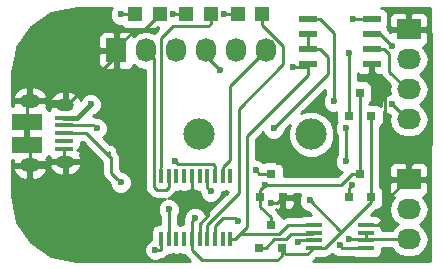
<source format=gtl>
G04 #@! TF.FileFunction,Copper,L1,Top,Signal*
%FSLAX46Y46*%
G04 Gerber Fmt 4.6, Leading zero omitted, Abs format (unit mm)*
G04 Created by KiCad (PCBNEW 4.0.1-stable) date 3/22/2016 7:23:55 PM*
%MOMM*%
G01*
G04 APERTURE LIST*
%ADD10C,0.100000*%
%ADD11R,1.450000X0.450000*%
%ADD12R,1.727200X2.032000*%
%ADD13O,1.727200X2.032000*%
%ADD14R,1.198880X1.198880*%
%ADD15R,2.032000X1.727200*%
%ADD16O,2.032000X1.727200*%
%ADD17R,0.800100X0.800100*%
%ADD18R,1.550000X0.600000*%
%ADD19R,0.406400X1.270000*%
%ADD20R,1.650000X0.400000*%
%ADD21O,1.500000X1.100000*%
%ADD22O,1.700000X1.200000*%
%ADD23R,2.500000X1.425000*%
%ADD24C,2.650000*%
%ADD25C,0.600000*%
%ADD26C,0.250000*%
%ADD27C,0.381000*%
%ADD28C,0.248920*%
%ADD29C,0.203200*%
%ADD30C,0.254000*%
G04 APERTURE END LIST*
D10*
D11*
X186858000Y-101051000D03*
X186858000Y-100401000D03*
X186858000Y-99751000D03*
X186858000Y-99101000D03*
X182458000Y-99101000D03*
X182458000Y-99751000D03*
X182458000Y-100401000D03*
X182458000Y-101051000D03*
D12*
X165735000Y-84328000D03*
D13*
X168275000Y-84328000D03*
X170815000Y-84328000D03*
X173355000Y-84328000D03*
X175895000Y-84328000D03*
X178435000Y-84328000D03*
D14*
X167319960Y-81280000D03*
X169418000Y-81280000D03*
X176022000Y-81280000D03*
X178120040Y-81280000D03*
X171637960Y-81280000D03*
X173736000Y-81280000D03*
D15*
X190500000Y-82550000D03*
D16*
X190500000Y-85090000D03*
X190500000Y-87630000D03*
X190500000Y-90170000D03*
D15*
X190500000Y-95250000D03*
D16*
X190500000Y-97790000D03*
X190500000Y-100330000D03*
D17*
X177932000Y-96774000D03*
X179832000Y-96774000D03*
X178882000Y-94775020D03*
X185425000Y-89900760D03*
X187325000Y-89900760D03*
X186375000Y-87901780D03*
X185420000Y-96774000D03*
X187320000Y-96774000D03*
X186370000Y-94775020D03*
D18*
X181958000Y-81661000D03*
X181958000Y-82931000D03*
X181958000Y-84201000D03*
X181958000Y-85471000D03*
X187358000Y-85471000D03*
X187358000Y-84201000D03*
X187358000Y-82931000D03*
X187358000Y-81661000D03*
D19*
X175387000Y-94996000D03*
X174752000Y-94996000D03*
X174091600Y-94996000D03*
X173431200Y-94996000D03*
X172796200Y-94996000D03*
X172135800Y-94996000D03*
X171475400Y-94996000D03*
X170840400Y-94996000D03*
X170180000Y-94996000D03*
X169545000Y-94996000D03*
X169545000Y-100330000D03*
X170180000Y-100330000D03*
X170840400Y-100330000D03*
X171475400Y-100330000D03*
X172135800Y-100330000D03*
X172796200Y-100330000D03*
X173431200Y-100330000D03*
X174091600Y-100330000D03*
X174752000Y-100330000D03*
X175387000Y-100330000D03*
D20*
X161290000Y-90028000D03*
X161290000Y-90678000D03*
X161290000Y-91327100D03*
X161290000Y-91978000D03*
X161290000Y-92628000D03*
D21*
X161415000Y-88903000D03*
X161415000Y-93753000D03*
D22*
X158415000Y-88603000D03*
X158415000Y-94053000D03*
D23*
X158165000Y-90365500D03*
X158165000Y-92290500D03*
D17*
X177866000Y-101076760D03*
X179766000Y-101076760D03*
X178816000Y-99077780D03*
D24*
X182245000Y-91440000D03*
X172720000Y-91440000D03*
D25*
X164084000Y-90932000D03*
X182372000Y-94234000D03*
X179517051Y-93786949D03*
X188468000Y-91973400D03*
X178820059Y-97282905D03*
X173482000Y-97789998D03*
X166116000Y-95504000D03*
X182118000Y-97028000D03*
X172412646Y-98483442D03*
X170688000Y-93726000D03*
X185801000Y-81661000D03*
X166116000Y-81280000D03*
X174879000Y-81280000D03*
X170517442Y-81280000D03*
X189103000Y-83947000D03*
X189103000Y-88900000D03*
X185420000Y-100330000D03*
X163576000Y-88900000D03*
X180721000Y-85725000D03*
X174498000Y-85979000D03*
X173736000Y-96266000D03*
X177546000Y-94488000D03*
X178297950Y-95758000D03*
X185166000Y-90932000D03*
X185166000Y-93726000D03*
X184150000Y-88646000D03*
X185674000Y-95758000D03*
X170180000Y-97790000D03*
X169037000Y-101219000D03*
X179070000Y-90932000D03*
X181102000Y-100584000D03*
X184658000Y-100838000D03*
X176022000Y-98806000D03*
X185420000Y-84581998D03*
D26*
X164084000Y-90932000D02*
X163784001Y-90632001D01*
X163784001Y-90632001D02*
X161335999Y-90632001D01*
X161335999Y-90632001D02*
X161290000Y-90678000D01*
X179517051Y-93786949D02*
X179892949Y-93786949D01*
X179892949Y-93786949D02*
X180340000Y-94234000D01*
X180340000Y-94234000D02*
X182372000Y-94234000D01*
X178820059Y-97282905D02*
X179323095Y-97282905D01*
X179323095Y-97282905D02*
X179832000Y-96774000D01*
X173482000Y-98214262D02*
X173482000Y-97789998D01*
X172796200Y-100330000D02*
X172796200Y-98983800D01*
X172796200Y-98983800D02*
X173482000Y-98298000D01*
X173482000Y-98298000D02*
X173482000Y-98214262D01*
X173182001Y-97489999D02*
X173482000Y-97789998D01*
X172135800Y-94996000D02*
X172135800Y-96443798D01*
X172135800Y-96443798D02*
X173182001Y-97489999D01*
X188468000Y-87131000D02*
X188468000Y-91973400D01*
X188468000Y-91973400D02*
X190500000Y-94005400D01*
X187358000Y-85471000D02*
X187358000Y-86021000D01*
X187358000Y-86021000D02*
X188468000Y-87131000D01*
X186858000Y-99101000D02*
X187919000Y-99101000D01*
X187919000Y-99101000D02*
X188722000Y-98298000D01*
X188722000Y-98298000D02*
X188722000Y-96875600D01*
X188722000Y-96875600D02*
X190347600Y-95250000D01*
X190347600Y-95250000D02*
X190500000Y-95250000D01*
D27*
X190500000Y-94005400D02*
X190500000Y-95250000D01*
X190500000Y-82550000D02*
X191897000Y-82550000D01*
D26*
X168148000Y-82550000D02*
X169418000Y-81280000D01*
X167360600Y-82550000D02*
X168148000Y-82550000D01*
X165735000Y-84328000D02*
X165735000Y-84175600D01*
X165735000Y-84175600D02*
X167360600Y-82550000D01*
X161415000Y-88903000D02*
X161615000Y-88903000D01*
X161615000Y-88903000D02*
X165735000Y-84783000D01*
X165735000Y-84783000D02*
X165735000Y-84328000D01*
X158415000Y-88603000D02*
X161115000Y-88603000D01*
X161115000Y-88603000D02*
X161415000Y-88903000D01*
X158165000Y-90365500D02*
X158165000Y-88853000D01*
X158165000Y-88853000D02*
X158415000Y-88603000D01*
X158165000Y-92290500D02*
X158165000Y-90365500D01*
X158415000Y-94053000D02*
X158415000Y-92540500D01*
X158415000Y-92540500D02*
X158165000Y-92290500D01*
X161415000Y-93753000D02*
X158715000Y-93753000D01*
X158715000Y-93753000D02*
X158415000Y-94053000D01*
X161290000Y-92628000D02*
X161290000Y-93628000D01*
X161290000Y-93628000D02*
X161415000Y-93753000D01*
D27*
X192278000Y-82931000D02*
X192278000Y-92227400D01*
X192278000Y-92227400D02*
X190500000Y-94005400D01*
X191897000Y-82550000D02*
X192278000Y-82931000D01*
D26*
X165816001Y-95204001D02*
X166116000Y-95504000D01*
X165308001Y-94696001D02*
X165816001Y-95204001D01*
X165308001Y-93426001D02*
X165308001Y-94696001D01*
X165100000Y-92964000D02*
X165100000Y-93218000D01*
X165100000Y-93218000D02*
X165308001Y-93426001D01*
X161290000Y-91327100D02*
X163209100Y-91327100D01*
X163209100Y-91327100D02*
X165308001Y-93426001D01*
X184662000Y-99822000D02*
X187320000Y-97164000D01*
X183433000Y-101051000D02*
X184662000Y-99822000D01*
X184662000Y-99822000D02*
X184662000Y-99572000D01*
X184662000Y-99572000D02*
X182118000Y-97028000D01*
X179766000Y-101076760D02*
X179766000Y-101280000D01*
X179766000Y-101280000D02*
X180086000Y-101600000D01*
X180086000Y-101600000D02*
X181909000Y-101600000D01*
X181909000Y-101600000D02*
X182458000Y-101051000D01*
X172135800Y-100330000D02*
X172135800Y-98760288D01*
X172135800Y-98760288D02*
X172412646Y-98483442D01*
X173960600Y-93980000D02*
X170942000Y-93980000D01*
X170942000Y-93980000D02*
X170688000Y-93726000D01*
X174091600Y-94996000D02*
X174091600Y-94111000D01*
X174091600Y-94111000D02*
X173960600Y-93980000D01*
X187325000Y-89900760D02*
X187325000Y-96769000D01*
X187325000Y-96769000D02*
X187320000Y-96774000D01*
X182458000Y-101051000D02*
X183433000Y-101051000D01*
X187320000Y-97164000D02*
X187320000Y-96774000D01*
X172135800Y-100330000D02*
X172135800Y-101215000D01*
X172135800Y-101215000D02*
X173028800Y-102108000D01*
X179766000Y-101726810D02*
X179766000Y-101076760D01*
X173028800Y-102108000D02*
X179384810Y-102108000D01*
X179384810Y-102108000D02*
X179766000Y-101726810D01*
X185801000Y-81661000D02*
X187358000Y-81661000D01*
X167319960Y-81280000D02*
X166116000Y-81280000D01*
X173431200Y-100330000D02*
X173431200Y-99110800D01*
X173431200Y-99110800D02*
X176149000Y-96393000D01*
X176149000Y-96393000D02*
X176149000Y-89253570D01*
X176149000Y-89253570D02*
X179901059Y-85501511D01*
X179901059Y-85501511D02*
X179901059Y-83910459D01*
X178120040Y-82129440D02*
X178120040Y-81280000D01*
X179901059Y-83910459D02*
X178120040Y-82129440D01*
X174879000Y-81280000D02*
X176022000Y-81280000D01*
X169545000Y-85852000D02*
X169545000Y-83312000D01*
X169545000Y-83312000D02*
X170561000Y-82296000D01*
X170561000Y-82296000D02*
X173522640Y-82296000D01*
X173522640Y-82296000D02*
X173736000Y-82082640D01*
X173736000Y-82082640D02*
X173736000Y-81280000D01*
D28*
X169545000Y-85852000D02*
X169545000Y-94157800D01*
D29*
X169545000Y-94157800D02*
X169545000Y-94996000D01*
D26*
X170517442Y-81280000D02*
X171637960Y-81280000D01*
X190500000Y-87630000D02*
X190347600Y-87630000D01*
X190347600Y-87630000D02*
X188849000Y-86131400D01*
X188849000Y-86131400D02*
X188849000Y-84667000D01*
X188849000Y-84667000D02*
X188383000Y-84201000D01*
X188383000Y-84201000D02*
X187358000Y-84201000D01*
X189103000Y-83947000D02*
X188087000Y-82931000D01*
X188087000Y-82931000D02*
X187358000Y-82931000D01*
X190500000Y-90170000D02*
X190373000Y-90170000D01*
X190373000Y-90170000D02*
X189103000Y-88900000D01*
X186787000Y-100330000D02*
X186858000Y-100401000D01*
X185420000Y-100330000D02*
X186787000Y-100330000D01*
X186858000Y-100401000D02*
X186858000Y-99751000D01*
X190500000Y-100330000D02*
X186929000Y-100330000D01*
X186929000Y-100330000D02*
X186858000Y-100401000D01*
D27*
X161290000Y-90028000D02*
X162448000Y-90028000D01*
X162448000Y-90028000D02*
X163576000Y-88900000D01*
D26*
X170180000Y-94996000D02*
X170180000Y-95881000D01*
X170180000Y-95881000D02*
X169922000Y-96139000D01*
X169922000Y-96139000D02*
X169164000Y-96139000D01*
X168910000Y-84963000D02*
X168275000Y-84328000D01*
X169164000Y-96139000D02*
X168910000Y-95885000D01*
X168910000Y-95885000D02*
X168910000Y-84963000D01*
X182458000Y-99101000D02*
X180299000Y-99101000D01*
X180299000Y-99101000D02*
X179520010Y-99879990D01*
X179520010Y-99879990D02*
X176218010Y-99879990D01*
X176218010Y-99879990D02*
X176022000Y-100076000D01*
D28*
X175768000Y-100330000D02*
X176022000Y-100076000D01*
X176022000Y-100076000D02*
X176784000Y-99314000D01*
X175387000Y-100330000D02*
X175768000Y-100330000D01*
D26*
X176784000Y-99314000D02*
X176784000Y-91567000D01*
X176784000Y-91567000D02*
X181958000Y-86393000D01*
X181958000Y-86393000D02*
X181958000Y-85471000D01*
X180721000Y-85725000D02*
X181704000Y-85725000D01*
X181704000Y-85725000D02*
X181958000Y-85471000D01*
X173355000Y-84328000D02*
X173355000Y-84836000D01*
X173355000Y-84836000D02*
X174498000Y-85979000D01*
X173431200Y-94996000D02*
X173431200Y-95961200D01*
X173431200Y-95961200D02*
X173736000Y-96266000D01*
X178882000Y-94775020D02*
X177833020Y-94775020D01*
X177833020Y-94775020D02*
X177546000Y-94488000D01*
D28*
X174752000Y-94996000D02*
X174752000Y-94234000D01*
X175403316Y-93582684D02*
X175403316Y-87359684D01*
X174752000Y-94234000D02*
X175403316Y-93582684D01*
X175403316Y-87359684D02*
X178435000Y-84328000D01*
D26*
X184736970Y-95758000D02*
X185719950Y-94775020D01*
X185719950Y-94775020D02*
X186370000Y-94775020D01*
X178297950Y-95758000D02*
X184736970Y-95758000D01*
X177932000Y-96774000D02*
X177932000Y-96123950D01*
X177932000Y-96123950D02*
X178297950Y-95758000D01*
X178816000Y-99077780D02*
X178816000Y-98427730D01*
X178816000Y-98427730D02*
X177932000Y-97543730D01*
X177932000Y-97543730D02*
X177932000Y-96774000D01*
X186375000Y-87901780D02*
X186375000Y-94770020D01*
X186375000Y-94770020D02*
X186370000Y-94775020D01*
X185166000Y-93726000D02*
X185166000Y-90932000D01*
X184150000Y-88646000D02*
X184150000Y-82828000D01*
X182983000Y-81661000D02*
X181958000Y-81661000D01*
X184150000Y-82828000D02*
X182983000Y-81661000D01*
X185420000Y-96774000D02*
X185420000Y-96012000D01*
X185420000Y-96012000D02*
X185674000Y-95758000D01*
D28*
X170180000Y-100330000D02*
X170180000Y-97790000D01*
X169037000Y-101219000D02*
X169539920Y-101219000D01*
X169539920Y-101219000D02*
X169545000Y-101213920D01*
X169545000Y-101213920D02*
X169545000Y-100330000D01*
D26*
X179070000Y-90932000D02*
X183642000Y-86360000D01*
X183642000Y-86360000D02*
X183642000Y-84860000D01*
X183642000Y-84860000D02*
X182983000Y-84201000D01*
X182983000Y-84201000D02*
X181958000Y-84201000D01*
X181102000Y-100584000D02*
X181285000Y-100401000D01*
X181285000Y-100401000D02*
X182458000Y-100401000D01*
X186858000Y-101051000D02*
X184871000Y-101051000D01*
X184871000Y-101051000D02*
X184658000Y-100838000D01*
X174091600Y-100330000D02*
X174091600Y-99212400D01*
X174091600Y-99212400D02*
X174752000Y-98552000D01*
X174752000Y-98552000D02*
X175768000Y-98552000D01*
X175768000Y-98552000D02*
X176022000Y-98806000D01*
X181991000Y-84201000D02*
X182348002Y-84201000D01*
X181958000Y-84201000D02*
X181958000Y-82931000D01*
X185425000Y-89900760D02*
X185425000Y-84586998D01*
X185425000Y-84586998D02*
X185420000Y-84581998D01*
X182458000Y-99751000D02*
X182358001Y-99850999D01*
X182358001Y-99850999D02*
X180565001Y-99850999D01*
X180565001Y-99850999D02*
X180086000Y-100330000D01*
X180086000Y-100330000D02*
X179127658Y-100330000D01*
X179127658Y-100330000D02*
X178380898Y-101076760D01*
X178380898Y-101076760D02*
X177866000Y-101076760D01*
D30*
G36*
X192330000Y-102160000D02*
X182412579Y-102160000D01*
X182446401Y-102137401D01*
X182660362Y-101923440D01*
X183183000Y-101923440D01*
X183418317Y-101879162D01*
X183565069Y-101784730D01*
X183723839Y-101753148D01*
X183970401Y-101588401D01*
X184028228Y-101530574D01*
X184127673Y-101630192D01*
X184471201Y-101772838D01*
X184680063Y-101773020D01*
X184871000Y-101811000D01*
X185791203Y-101811000D01*
X185881110Y-101872431D01*
X186133000Y-101923440D01*
X187583000Y-101923440D01*
X187818317Y-101879162D01*
X188034441Y-101740090D01*
X188179431Y-101527890D01*
X188230440Y-101276000D01*
X188230440Y-101090000D01*
X189055352Y-101090000D01*
X189255585Y-101389670D01*
X189741766Y-101714526D01*
X190315255Y-101828600D01*
X190684745Y-101828600D01*
X191258234Y-101714526D01*
X191744415Y-101389670D01*
X192069271Y-100903489D01*
X192183345Y-100330000D01*
X192069271Y-99756511D01*
X191744415Y-99270330D01*
X191429634Y-99060000D01*
X191744415Y-98849670D01*
X192069271Y-98363489D01*
X192183345Y-97790000D01*
X192069271Y-97216511D01*
X191744415Y-96730330D01*
X191722220Y-96715500D01*
X191875698Y-96651927D01*
X192054327Y-96473299D01*
X192151000Y-96239910D01*
X192151000Y-95535750D01*
X191992250Y-95377000D01*
X190627000Y-95377000D01*
X190627000Y-95397000D01*
X190373000Y-95397000D01*
X190373000Y-95377000D01*
X189007750Y-95377000D01*
X188849000Y-95535750D01*
X188849000Y-96239910D01*
X188945673Y-96473299D01*
X189124302Y-96651927D01*
X189277780Y-96715500D01*
X189255585Y-96730330D01*
X188930729Y-97216511D01*
X188816655Y-97790000D01*
X188930729Y-98363489D01*
X189255585Y-98849670D01*
X189570366Y-99060000D01*
X189255585Y-99270330D01*
X189055352Y-99570000D01*
X188230440Y-99570000D01*
X188230440Y-99526000D01*
X188217020Y-99454677D01*
X188218000Y-99452310D01*
X188218000Y-99372250D01*
X188197688Y-99351938D01*
X188186162Y-99290683D01*
X188047090Y-99074559D01*
X187921138Y-98988500D01*
X188059250Y-98988500D01*
X188218000Y-98829750D01*
X188218000Y-98749690D01*
X188121327Y-98516301D01*
X187942698Y-98337673D01*
X187709309Y-98241000D01*
X187317802Y-98241000D01*
X187741313Y-97817489D01*
X187955367Y-97777212D01*
X188171491Y-97638140D01*
X188316481Y-97425940D01*
X188367490Y-97174050D01*
X188367490Y-96373950D01*
X188323212Y-96138633D01*
X188184140Y-95922509D01*
X188085000Y-95854770D01*
X188085000Y-94260090D01*
X188849000Y-94260090D01*
X188849000Y-94964250D01*
X189007750Y-95123000D01*
X190373000Y-95123000D01*
X190373000Y-93910150D01*
X190627000Y-93910150D01*
X190627000Y-95123000D01*
X191992250Y-95123000D01*
X192151000Y-94964250D01*
X192151000Y-94260090D01*
X192054327Y-94026701D01*
X191875698Y-93848073D01*
X191642309Y-93751400D01*
X190785750Y-93751400D01*
X190627000Y-93910150D01*
X190373000Y-93910150D01*
X190214250Y-93751400D01*
X189357691Y-93751400D01*
X189124302Y-93848073D01*
X188945673Y-94026701D01*
X188849000Y-94260090D01*
X188085000Y-94260090D01*
X188085000Y-90823773D01*
X188176491Y-90764900D01*
X188321481Y-90552700D01*
X188372490Y-90300810D01*
X188372490Y-89500710D01*
X188370391Y-89489557D01*
X188572673Y-89692192D01*
X188885831Y-89822227D01*
X188816655Y-90170000D01*
X188930729Y-90743489D01*
X189255585Y-91229670D01*
X189741766Y-91554526D01*
X190315255Y-91668600D01*
X190684745Y-91668600D01*
X191258234Y-91554526D01*
X191744415Y-91229670D01*
X192069271Y-90743489D01*
X192183345Y-90170000D01*
X192069271Y-89596511D01*
X191744415Y-89110330D01*
X191429634Y-88900000D01*
X191744415Y-88689670D01*
X192069271Y-88203489D01*
X192183345Y-87630000D01*
X192069271Y-87056511D01*
X191744415Y-86570330D01*
X191429634Y-86360000D01*
X191744415Y-86149670D01*
X192069271Y-85663489D01*
X192183345Y-85090000D01*
X192069271Y-84516511D01*
X191744415Y-84030330D01*
X191722220Y-84015500D01*
X191875698Y-83951927D01*
X192054327Y-83773299D01*
X192151000Y-83539910D01*
X192151000Y-82835750D01*
X191992250Y-82677000D01*
X190627000Y-82677000D01*
X190627000Y-82697000D01*
X190373000Y-82697000D01*
X190373000Y-82677000D01*
X189007750Y-82677000D01*
X188957776Y-82726974D01*
X188761582Y-82530780D01*
X188736162Y-82395683D01*
X188672322Y-82296472D01*
X188729431Y-82212890D01*
X188780440Y-81961000D01*
X188780440Y-81560090D01*
X188849000Y-81560090D01*
X188849000Y-82264250D01*
X189007750Y-82423000D01*
X190373000Y-82423000D01*
X190373000Y-81210150D01*
X190627000Y-81210150D01*
X190627000Y-82423000D01*
X191992250Y-82423000D01*
X192151000Y-82264250D01*
X192151000Y-81560090D01*
X192054327Y-81326701D01*
X191875698Y-81148073D01*
X191642309Y-81051400D01*
X190785750Y-81051400D01*
X190627000Y-81210150D01*
X190373000Y-81210150D01*
X190214250Y-81051400D01*
X189357691Y-81051400D01*
X189124302Y-81148073D01*
X188945673Y-81326701D01*
X188849000Y-81560090D01*
X188780440Y-81560090D01*
X188780440Y-81361000D01*
X188736162Y-81125683D01*
X188597090Y-80909559D01*
X188384890Y-80764569D01*
X188164802Y-80720000D01*
X192330000Y-80720000D01*
X192330000Y-102160000D01*
X192330000Y-102160000D01*
G37*
X192330000Y-102160000D02*
X182412579Y-102160000D01*
X182446401Y-102137401D01*
X182660362Y-101923440D01*
X183183000Y-101923440D01*
X183418317Y-101879162D01*
X183565069Y-101784730D01*
X183723839Y-101753148D01*
X183970401Y-101588401D01*
X184028228Y-101530574D01*
X184127673Y-101630192D01*
X184471201Y-101772838D01*
X184680063Y-101773020D01*
X184871000Y-101811000D01*
X185791203Y-101811000D01*
X185881110Y-101872431D01*
X186133000Y-101923440D01*
X187583000Y-101923440D01*
X187818317Y-101879162D01*
X188034441Y-101740090D01*
X188179431Y-101527890D01*
X188230440Y-101276000D01*
X188230440Y-101090000D01*
X189055352Y-101090000D01*
X189255585Y-101389670D01*
X189741766Y-101714526D01*
X190315255Y-101828600D01*
X190684745Y-101828600D01*
X191258234Y-101714526D01*
X191744415Y-101389670D01*
X192069271Y-100903489D01*
X192183345Y-100330000D01*
X192069271Y-99756511D01*
X191744415Y-99270330D01*
X191429634Y-99060000D01*
X191744415Y-98849670D01*
X192069271Y-98363489D01*
X192183345Y-97790000D01*
X192069271Y-97216511D01*
X191744415Y-96730330D01*
X191722220Y-96715500D01*
X191875698Y-96651927D01*
X192054327Y-96473299D01*
X192151000Y-96239910D01*
X192151000Y-95535750D01*
X191992250Y-95377000D01*
X190627000Y-95377000D01*
X190627000Y-95397000D01*
X190373000Y-95397000D01*
X190373000Y-95377000D01*
X189007750Y-95377000D01*
X188849000Y-95535750D01*
X188849000Y-96239910D01*
X188945673Y-96473299D01*
X189124302Y-96651927D01*
X189277780Y-96715500D01*
X189255585Y-96730330D01*
X188930729Y-97216511D01*
X188816655Y-97790000D01*
X188930729Y-98363489D01*
X189255585Y-98849670D01*
X189570366Y-99060000D01*
X189255585Y-99270330D01*
X189055352Y-99570000D01*
X188230440Y-99570000D01*
X188230440Y-99526000D01*
X188217020Y-99454677D01*
X188218000Y-99452310D01*
X188218000Y-99372250D01*
X188197688Y-99351938D01*
X188186162Y-99290683D01*
X188047090Y-99074559D01*
X187921138Y-98988500D01*
X188059250Y-98988500D01*
X188218000Y-98829750D01*
X188218000Y-98749690D01*
X188121327Y-98516301D01*
X187942698Y-98337673D01*
X187709309Y-98241000D01*
X187317802Y-98241000D01*
X187741313Y-97817489D01*
X187955367Y-97777212D01*
X188171491Y-97638140D01*
X188316481Y-97425940D01*
X188367490Y-97174050D01*
X188367490Y-96373950D01*
X188323212Y-96138633D01*
X188184140Y-95922509D01*
X188085000Y-95854770D01*
X188085000Y-94260090D01*
X188849000Y-94260090D01*
X188849000Y-94964250D01*
X189007750Y-95123000D01*
X190373000Y-95123000D01*
X190373000Y-93910150D01*
X190627000Y-93910150D01*
X190627000Y-95123000D01*
X191992250Y-95123000D01*
X192151000Y-94964250D01*
X192151000Y-94260090D01*
X192054327Y-94026701D01*
X191875698Y-93848073D01*
X191642309Y-93751400D01*
X190785750Y-93751400D01*
X190627000Y-93910150D01*
X190373000Y-93910150D01*
X190214250Y-93751400D01*
X189357691Y-93751400D01*
X189124302Y-93848073D01*
X188945673Y-94026701D01*
X188849000Y-94260090D01*
X188085000Y-94260090D01*
X188085000Y-90823773D01*
X188176491Y-90764900D01*
X188321481Y-90552700D01*
X188372490Y-90300810D01*
X188372490Y-89500710D01*
X188370391Y-89489557D01*
X188572673Y-89692192D01*
X188885831Y-89822227D01*
X188816655Y-90170000D01*
X188930729Y-90743489D01*
X189255585Y-91229670D01*
X189741766Y-91554526D01*
X190315255Y-91668600D01*
X190684745Y-91668600D01*
X191258234Y-91554526D01*
X191744415Y-91229670D01*
X192069271Y-90743489D01*
X192183345Y-90170000D01*
X192069271Y-89596511D01*
X191744415Y-89110330D01*
X191429634Y-88900000D01*
X191744415Y-88689670D01*
X192069271Y-88203489D01*
X192183345Y-87630000D01*
X192069271Y-87056511D01*
X191744415Y-86570330D01*
X191429634Y-86360000D01*
X191744415Y-86149670D01*
X192069271Y-85663489D01*
X192183345Y-85090000D01*
X192069271Y-84516511D01*
X191744415Y-84030330D01*
X191722220Y-84015500D01*
X191875698Y-83951927D01*
X192054327Y-83773299D01*
X192151000Y-83539910D01*
X192151000Y-82835750D01*
X191992250Y-82677000D01*
X190627000Y-82677000D01*
X190627000Y-82697000D01*
X190373000Y-82697000D01*
X190373000Y-82677000D01*
X189007750Y-82677000D01*
X188957776Y-82726974D01*
X188761582Y-82530780D01*
X188736162Y-82395683D01*
X188672322Y-82296472D01*
X188729431Y-82212890D01*
X188780440Y-81961000D01*
X188780440Y-81560090D01*
X188849000Y-81560090D01*
X188849000Y-82264250D01*
X189007750Y-82423000D01*
X190373000Y-82423000D01*
X190373000Y-81210150D01*
X190627000Y-81210150D01*
X190627000Y-82423000D01*
X191992250Y-82423000D01*
X192151000Y-82264250D01*
X192151000Y-81560090D01*
X192054327Y-81326701D01*
X191875698Y-81148073D01*
X191642309Y-81051400D01*
X190785750Y-81051400D01*
X190627000Y-81210150D01*
X190373000Y-81210150D01*
X190214250Y-81051400D01*
X189357691Y-81051400D01*
X189124302Y-81148073D01*
X188945673Y-81326701D01*
X188849000Y-81560090D01*
X188780440Y-81560090D01*
X188780440Y-81361000D01*
X188736162Y-81125683D01*
X188597090Y-80909559D01*
X188384890Y-80764569D01*
X188164802Y-80720000D01*
X192330000Y-80720000D01*
X192330000Y-102160000D01*
G36*
X165323808Y-80749673D02*
X165181162Y-81093201D01*
X165180838Y-81465167D01*
X165322883Y-81808943D01*
X165585673Y-82072192D01*
X165929201Y-82214838D01*
X166181900Y-82215058D01*
X166256430Y-82330881D01*
X166468630Y-82475871D01*
X166720520Y-82526880D01*
X167919400Y-82526880D01*
X168154717Y-82482602D01*
X168370841Y-82343530D01*
X168376436Y-82335341D01*
X168458862Y-82417767D01*
X168692251Y-82514440D01*
X169132250Y-82514440D01*
X169290998Y-82355692D01*
X169290998Y-82491200D01*
X169007599Y-82774599D01*
X168965819Y-82837127D01*
X168848489Y-82758729D01*
X168275000Y-82644655D01*
X167701511Y-82758729D01*
X167215330Y-83083585D01*
X167200500Y-83105780D01*
X167136927Y-82952302D01*
X166958299Y-82773673D01*
X166724910Y-82677000D01*
X166020750Y-82677000D01*
X165862000Y-82835750D01*
X165862000Y-84201000D01*
X165882000Y-84201000D01*
X165882000Y-84455000D01*
X165862000Y-84455000D01*
X165862000Y-85820250D01*
X166020750Y-85979000D01*
X166724910Y-85979000D01*
X166958299Y-85882327D01*
X167136927Y-85703698D01*
X167200500Y-85550220D01*
X167215330Y-85572415D01*
X167701511Y-85897271D01*
X168150000Y-85986481D01*
X168150000Y-95885000D01*
X168207852Y-96175839D01*
X168372599Y-96422401D01*
X168626599Y-96676401D01*
X168873160Y-96841148D01*
X169164000Y-96899000D01*
X169887953Y-96899000D01*
X169651057Y-96996883D01*
X169387808Y-97259673D01*
X169245162Y-97603201D01*
X169244838Y-97975167D01*
X169386883Y-98318943D01*
X169420540Y-98352659D01*
X169420540Y-99047560D01*
X169341800Y-99047560D01*
X169106483Y-99091838D01*
X168890359Y-99230910D01*
X168745369Y-99443110D01*
X168694360Y-99695000D01*
X168694360Y-100348904D01*
X168508057Y-100425883D01*
X168244808Y-100688673D01*
X168102162Y-101032201D01*
X168101838Y-101404167D01*
X168243883Y-101747943D01*
X168506673Y-102011192D01*
X168850201Y-102153838D01*
X169222167Y-102154162D01*
X169565943Y-102012117D01*
X169614524Y-101963620D01*
X169830553Y-101920650D01*
X170076939Y-101756019D01*
X170082019Y-101750939D01*
X170174562Y-101612440D01*
X170383200Y-101612440D01*
X170514862Y-101587666D01*
X170637200Y-101612440D01*
X171043600Y-101612440D01*
X171162096Y-101590143D01*
X171272200Y-101612440D01*
X171504880Y-101612440D01*
X171598399Y-101752401D01*
X172005998Y-102160000D01*
X162376213Y-102160000D01*
X160251098Y-101735518D01*
X158509198Y-100569599D01*
X157345990Y-98825712D01*
X156920000Y-96679625D01*
X156920000Y-94370609D01*
X156971538Y-94370609D01*
X156986714Y-94462376D01*
X157233067Y-94882125D01*
X157621299Y-95175647D01*
X158092304Y-95298256D01*
X158288000Y-95135547D01*
X158288000Y-94180000D01*
X158542000Y-94180000D01*
X158542000Y-95135547D01*
X158737696Y-95298256D01*
X159208701Y-95175647D01*
X159596933Y-94882125D01*
X159843286Y-94462376D01*
X159858462Y-94370609D01*
X159733731Y-94180000D01*
X158542000Y-94180000D01*
X158288000Y-94180000D01*
X157096269Y-94180000D01*
X156971538Y-94370609D01*
X156920000Y-94370609D01*
X156920000Y-94062744D01*
X160071197Y-94062744D01*
X160075994Y-94101526D01*
X160296071Y-94510875D01*
X160656046Y-94804844D01*
X161101117Y-94938680D01*
X161288000Y-94783148D01*
X161288000Y-93880000D01*
X161542000Y-93880000D01*
X161542000Y-94783148D01*
X161728883Y-94938680D01*
X162173954Y-94804844D01*
X162533929Y-94510875D01*
X162754006Y-94101526D01*
X162758803Y-94062744D01*
X162633361Y-93880000D01*
X161542000Y-93880000D01*
X161288000Y-93880000D01*
X160196639Y-93880000D01*
X160071197Y-94062744D01*
X156920000Y-94062744D01*
X156920000Y-93638000D01*
X156990015Y-93638000D01*
X156986714Y-93643624D01*
X156971538Y-93735391D01*
X157096269Y-93926000D01*
X158288000Y-93926000D01*
X158288000Y-93906000D01*
X158542000Y-93906000D01*
X158542000Y-93926000D01*
X159733731Y-93926000D01*
X159858462Y-93735391D01*
X159843286Y-93643624D01*
X159780085Y-93535940D01*
X159953327Y-93362699D01*
X159996777Y-93257802D01*
X160099579Y-93360604D01*
X160075994Y-93404474D01*
X160071197Y-93443256D01*
X160196639Y-93626000D01*
X161288000Y-93626000D01*
X161288000Y-93606000D01*
X161542000Y-93606000D01*
X161542000Y-93626000D01*
X162633361Y-93626000D01*
X162758803Y-93443256D01*
X162754006Y-93404474D01*
X162643009Y-93198017D01*
X162653327Y-93187699D01*
X162750000Y-92954310D01*
X162750000Y-92886750D01*
X162591250Y-92728000D01*
X162432933Y-92728000D01*
X162566441Y-92642090D01*
X162711431Y-92429890D01*
X162717035Y-92402215D01*
X162750000Y-92369250D01*
X162750000Y-92301690D01*
X162741532Y-92281247D01*
X162762440Y-92178000D01*
X162762440Y-92087100D01*
X162894298Y-92087100D01*
X164548001Y-93740803D01*
X164548001Y-94696001D01*
X164605853Y-94986840D01*
X164770600Y-95233402D01*
X165180878Y-95643680D01*
X165180838Y-95689167D01*
X165322883Y-96032943D01*
X165585673Y-96296192D01*
X165929201Y-96438838D01*
X166301167Y-96439162D01*
X166644943Y-96297117D01*
X166908192Y-96034327D01*
X167050838Y-95690799D01*
X167051162Y-95318833D01*
X166909117Y-94975057D01*
X166646327Y-94711808D01*
X166302799Y-94569162D01*
X166255923Y-94569121D01*
X166068001Y-94381199D01*
X166068001Y-93426001D01*
X166043783Y-93304250D01*
X166010149Y-93135161D01*
X165845402Y-92888600D01*
X165844903Y-92888101D01*
X165802148Y-92673161D01*
X165637401Y-92426599D01*
X165390839Y-92261852D01*
X165175899Y-92219097D01*
X164647461Y-91690659D01*
X164876192Y-91462327D01*
X165018838Y-91118799D01*
X165019162Y-90746833D01*
X164877117Y-90403057D01*
X164614327Y-90139808D01*
X164270799Y-89997162D01*
X164175451Y-89997079D01*
X164074840Y-89929853D01*
X163784001Y-89872001D01*
X163771433Y-89872001D01*
X163841440Y-89801994D01*
X164104943Y-89693117D01*
X164368192Y-89430327D01*
X164510838Y-89086799D01*
X164511162Y-88714833D01*
X164369117Y-88371057D01*
X164106327Y-88107808D01*
X163762799Y-87965162D01*
X163390833Y-87964838D01*
X163047057Y-88106883D01*
X162783808Y-88369673D01*
X162727525Y-88505218D01*
X162533929Y-88145125D01*
X162173954Y-87851156D01*
X161728883Y-87717320D01*
X161542000Y-87872852D01*
X161542000Y-88776000D01*
X161562000Y-88776000D01*
X161562000Y-89030000D01*
X161542000Y-89030000D01*
X161542000Y-89050000D01*
X161288000Y-89050000D01*
X161288000Y-89030000D01*
X160196639Y-89030000D01*
X160071197Y-89212744D01*
X160075994Y-89251526D01*
X160104837Y-89305174D01*
X160013559Y-89363910D01*
X159994269Y-89392143D01*
X159953327Y-89293301D01*
X159780085Y-89120060D01*
X159843286Y-89012376D01*
X159858462Y-88920609D01*
X159733731Y-88730000D01*
X158542000Y-88730000D01*
X158542000Y-88750000D01*
X158288000Y-88750000D01*
X158288000Y-88730000D01*
X157096269Y-88730000D01*
X156971538Y-88920609D01*
X156986714Y-89012376D01*
X156990015Y-89018000D01*
X156920000Y-89018000D01*
X156920000Y-88593256D01*
X160071197Y-88593256D01*
X160196639Y-88776000D01*
X161288000Y-88776000D01*
X161288000Y-87872852D01*
X161101117Y-87717320D01*
X160656046Y-87851156D01*
X160296071Y-88145125D01*
X160075994Y-88554474D01*
X160071197Y-88593256D01*
X156920000Y-88593256D01*
X156920000Y-88285391D01*
X156971538Y-88285391D01*
X157096269Y-88476000D01*
X158288000Y-88476000D01*
X158288000Y-87520453D01*
X158542000Y-87520453D01*
X158542000Y-88476000D01*
X159733731Y-88476000D01*
X159858462Y-88285391D01*
X159843286Y-88193624D01*
X159596933Y-87773875D01*
X159208701Y-87480353D01*
X158737696Y-87357744D01*
X158542000Y-87520453D01*
X158288000Y-87520453D01*
X158092304Y-87357744D01*
X157621299Y-87480353D01*
X157233067Y-87773875D01*
X156986714Y-88193624D01*
X156971538Y-88285391D01*
X156920000Y-88285391D01*
X156920000Y-86176214D01*
X157232094Y-84613750D01*
X164236400Y-84613750D01*
X164236400Y-85470309D01*
X164333073Y-85703698D01*
X164511701Y-85882327D01*
X164745090Y-85979000D01*
X165449250Y-85979000D01*
X165608000Y-85820250D01*
X165608000Y-84455000D01*
X164395150Y-84455000D01*
X164236400Y-84613750D01*
X157232094Y-84613750D01*
X157344482Y-84051098D01*
X157923731Y-83185691D01*
X164236400Y-83185691D01*
X164236400Y-84042250D01*
X164395150Y-84201000D01*
X165608000Y-84201000D01*
X165608000Y-82835750D01*
X165449250Y-82677000D01*
X164745090Y-82677000D01*
X164511701Y-82773673D01*
X164333073Y-82952302D01*
X164236400Y-83185691D01*
X157923731Y-83185691D01*
X158510401Y-82309198D01*
X160254289Y-81145990D01*
X162400376Y-80720000D01*
X165353533Y-80720000D01*
X165323808Y-80749673D01*
X165323808Y-80749673D01*
G37*
X165323808Y-80749673D02*
X165181162Y-81093201D01*
X165180838Y-81465167D01*
X165322883Y-81808943D01*
X165585673Y-82072192D01*
X165929201Y-82214838D01*
X166181900Y-82215058D01*
X166256430Y-82330881D01*
X166468630Y-82475871D01*
X166720520Y-82526880D01*
X167919400Y-82526880D01*
X168154717Y-82482602D01*
X168370841Y-82343530D01*
X168376436Y-82335341D01*
X168458862Y-82417767D01*
X168692251Y-82514440D01*
X169132250Y-82514440D01*
X169290998Y-82355692D01*
X169290998Y-82491200D01*
X169007599Y-82774599D01*
X168965819Y-82837127D01*
X168848489Y-82758729D01*
X168275000Y-82644655D01*
X167701511Y-82758729D01*
X167215330Y-83083585D01*
X167200500Y-83105780D01*
X167136927Y-82952302D01*
X166958299Y-82773673D01*
X166724910Y-82677000D01*
X166020750Y-82677000D01*
X165862000Y-82835750D01*
X165862000Y-84201000D01*
X165882000Y-84201000D01*
X165882000Y-84455000D01*
X165862000Y-84455000D01*
X165862000Y-85820250D01*
X166020750Y-85979000D01*
X166724910Y-85979000D01*
X166958299Y-85882327D01*
X167136927Y-85703698D01*
X167200500Y-85550220D01*
X167215330Y-85572415D01*
X167701511Y-85897271D01*
X168150000Y-85986481D01*
X168150000Y-95885000D01*
X168207852Y-96175839D01*
X168372599Y-96422401D01*
X168626599Y-96676401D01*
X168873160Y-96841148D01*
X169164000Y-96899000D01*
X169887953Y-96899000D01*
X169651057Y-96996883D01*
X169387808Y-97259673D01*
X169245162Y-97603201D01*
X169244838Y-97975167D01*
X169386883Y-98318943D01*
X169420540Y-98352659D01*
X169420540Y-99047560D01*
X169341800Y-99047560D01*
X169106483Y-99091838D01*
X168890359Y-99230910D01*
X168745369Y-99443110D01*
X168694360Y-99695000D01*
X168694360Y-100348904D01*
X168508057Y-100425883D01*
X168244808Y-100688673D01*
X168102162Y-101032201D01*
X168101838Y-101404167D01*
X168243883Y-101747943D01*
X168506673Y-102011192D01*
X168850201Y-102153838D01*
X169222167Y-102154162D01*
X169565943Y-102012117D01*
X169614524Y-101963620D01*
X169830553Y-101920650D01*
X170076939Y-101756019D01*
X170082019Y-101750939D01*
X170174562Y-101612440D01*
X170383200Y-101612440D01*
X170514862Y-101587666D01*
X170637200Y-101612440D01*
X171043600Y-101612440D01*
X171162096Y-101590143D01*
X171272200Y-101612440D01*
X171504880Y-101612440D01*
X171598399Y-101752401D01*
X172005998Y-102160000D01*
X162376213Y-102160000D01*
X160251098Y-101735518D01*
X158509198Y-100569599D01*
X157345990Y-98825712D01*
X156920000Y-96679625D01*
X156920000Y-94370609D01*
X156971538Y-94370609D01*
X156986714Y-94462376D01*
X157233067Y-94882125D01*
X157621299Y-95175647D01*
X158092304Y-95298256D01*
X158288000Y-95135547D01*
X158288000Y-94180000D01*
X158542000Y-94180000D01*
X158542000Y-95135547D01*
X158737696Y-95298256D01*
X159208701Y-95175647D01*
X159596933Y-94882125D01*
X159843286Y-94462376D01*
X159858462Y-94370609D01*
X159733731Y-94180000D01*
X158542000Y-94180000D01*
X158288000Y-94180000D01*
X157096269Y-94180000D01*
X156971538Y-94370609D01*
X156920000Y-94370609D01*
X156920000Y-94062744D01*
X160071197Y-94062744D01*
X160075994Y-94101526D01*
X160296071Y-94510875D01*
X160656046Y-94804844D01*
X161101117Y-94938680D01*
X161288000Y-94783148D01*
X161288000Y-93880000D01*
X161542000Y-93880000D01*
X161542000Y-94783148D01*
X161728883Y-94938680D01*
X162173954Y-94804844D01*
X162533929Y-94510875D01*
X162754006Y-94101526D01*
X162758803Y-94062744D01*
X162633361Y-93880000D01*
X161542000Y-93880000D01*
X161288000Y-93880000D01*
X160196639Y-93880000D01*
X160071197Y-94062744D01*
X156920000Y-94062744D01*
X156920000Y-93638000D01*
X156990015Y-93638000D01*
X156986714Y-93643624D01*
X156971538Y-93735391D01*
X157096269Y-93926000D01*
X158288000Y-93926000D01*
X158288000Y-93906000D01*
X158542000Y-93906000D01*
X158542000Y-93926000D01*
X159733731Y-93926000D01*
X159858462Y-93735391D01*
X159843286Y-93643624D01*
X159780085Y-93535940D01*
X159953327Y-93362699D01*
X159996777Y-93257802D01*
X160099579Y-93360604D01*
X160075994Y-93404474D01*
X160071197Y-93443256D01*
X160196639Y-93626000D01*
X161288000Y-93626000D01*
X161288000Y-93606000D01*
X161542000Y-93606000D01*
X161542000Y-93626000D01*
X162633361Y-93626000D01*
X162758803Y-93443256D01*
X162754006Y-93404474D01*
X162643009Y-93198017D01*
X162653327Y-93187699D01*
X162750000Y-92954310D01*
X162750000Y-92886750D01*
X162591250Y-92728000D01*
X162432933Y-92728000D01*
X162566441Y-92642090D01*
X162711431Y-92429890D01*
X162717035Y-92402215D01*
X162750000Y-92369250D01*
X162750000Y-92301690D01*
X162741532Y-92281247D01*
X162762440Y-92178000D01*
X162762440Y-92087100D01*
X162894298Y-92087100D01*
X164548001Y-93740803D01*
X164548001Y-94696001D01*
X164605853Y-94986840D01*
X164770600Y-95233402D01*
X165180878Y-95643680D01*
X165180838Y-95689167D01*
X165322883Y-96032943D01*
X165585673Y-96296192D01*
X165929201Y-96438838D01*
X166301167Y-96439162D01*
X166644943Y-96297117D01*
X166908192Y-96034327D01*
X167050838Y-95690799D01*
X167051162Y-95318833D01*
X166909117Y-94975057D01*
X166646327Y-94711808D01*
X166302799Y-94569162D01*
X166255923Y-94569121D01*
X166068001Y-94381199D01*
X166068001Y-93426001D01*
X166043783Y-93304250D01*
X166010149Y-93135161D01*
X165845402Y-92888600D01*
X165844903Y-92888101D01*
X165802148Y-92673161D01*
X165637401Y-92426599D01*
X165390839Y-92261852D01*
X165175899Y-92219097D01*
X164647461Y-91690659D01*
X164876192Y-91462327D01*
X165018838Y-91118799D01*
X165019162Y-90746833D01*
X164877117Y-90403057D01*
X164614327Y-90139808D01*
X164270799Y-89997162D01*
X164175451Y-89997079D01*
X164074840Y-89929853D01*
X163784001Y-89872001D01*
X163771433Y-89872001D01*
X163841440Y-89801994D01*
X164104943Y-89693117D01*
X164368192Y-89430327D01*
X164510838Y-89086799D01*
X164511162Y-88714833D01*
X164369117Y-88371057D01*
X164106327Y-88107808D01*
X163762799Y-87965162D01*
X163390833Y-87964838D01*
X163047057Y-88106883D01*
X162783808Y-88369673D01*
X162727525Y-88505218D01*
X162533929Y-88145125D01*
X162173954Y-87851156D01*
X161728883Y-87717320D01*
X161542000Y-87872852D01*
X161542000Y-88776000D01*
X161562000Y-88776000D01*
X161562000Y-89030000D01*
X161542000Y-89030000D01*
X161542000Y-89050000D01*
X161288000Y-89050000D01*
X161288000Y-89030000D01*
X160196639Y-89030000D01*
X160071197Y-89212744D01*
X160075994Y-89251526D01*
X160104837Y-89305174D01*
X160013559Y-89363910D01*
X159994269Y-89392143D01*
X159953327Y-89293301D01*
X159780085Y-89120060D01*
X159843286Y-89012376D01*
X159858462Y-88920609D01*
X159733731Y-88730000D01*
X158542000Y-88730000D01*
X158542000Y-88750000D01*
X158288000Y-88750000D01*
X158288000Y-88730000D01*
X157096269Y-88730000D01*
X156971538Y-88920609D01*
X156986714Y-89012376D01*
X156990015Y-89018000D01*
X156920000Y-89018000D01*
X156920000Y-88593256D01*
X160071197Y-88593256D01*
X160196639Y-88776000D01*
X161288000Y-88776000D01*
X161288000Y-87872852D01*
X161101117Y-87717320D01*
X160656046Y-87851156D01*
X160296071Y-88145125D01*
X160075994Y-88554474D01*
X160071197Y-88593256D01*
X156920000Y-88593256D01*
X156920000Y-88285391D01*
X156971538Y-88285391D01*
X157096269Y-88476000D01*
X158288000Y-88476000D01*
X158288000Y-87520453D01*
X158542000Y-87520453D01*
X158542000Y-88476000D01*
X159733731Y-88476000D01*
X159858462Y-88285391D01*
X159843286Y-88193624D01*
X159596933Y-87773875D01*
X159208701Y-87480353D01*
X158737696Y-87357744D01*
X158542000Y-87520453D01*
X158288000Y-87520453D01*
X158092304Y-87357744D01*
X157621299Y-87480353D01*
X157233067Y-87773875D01*
X156986714Y-88193624D01*
X156971538Y-88285391D01*
X156920000Y-88285391D01*
X156920000Y-86176214D01*
X157232094Y-84613750D01*
X164236400Y-84613750D01*
X164236400Y-85470309D01*
X164333073Y-85703698D01*
X164511701Y-85882327D01*
X164745090Y-85979000D01*
X165449250Y-85979000D01*
X165608000Y-85820250D01*
X165608000Y-84455000D01*
X164395150Y-84455000D01*
X164236400Y-84613750D01*
X157232094Y-84613750D01*
X157344482Y-84051098D01*
X157923731Y-83185691D01*
X164236400Y-83185691D01*
X164236400Y-84042250D01*
X164395150Y-84201000D01*
X165608000Y-84201000D01*
X165608000Y-82835750D01*
X165449250Y-82677000D01*
X164745090Y-82677000D01*
X164511701Y-82773673D01*
X164333073Y-82952302D01*
X164236400Y-83185691D01*
X157923731Y-83185691D01*
X158510401Y-82309198D01*
X160254289Y-81145990D01*
X162400376Y-80720000D01*
X165353533Y-80720000D01*
X165323808Y-80749673D01*
G36*
X172341110Y-96227431D02*
X172361763Y-96231613D01*
X172396150Y-96266000D01*
X172465309Y-96266000D01*
X172487066Y-96256988D01*
X172593000Y-96278440D01*
X172746693Y-96278440D01*
X172800918Y-96359594D01*
X172800838Y-96451167D01*
X172942883Y-96794943D01*
X173205673Y-97058192D01*
X173549201Y-97200838D01*
X173921167Y-97201162D01*
X174264943Y-97059117D01*
X174528192Y-96796327D01*
X174670838Y-96452799D01*
X174670990Y-96278440D01*
X174955200Y-96278440D01*
X175073696Y-96256143D01*
X175183800Y-96278440D01*
X175188758Y-96278440D01*
X173295505Y-98171693D01*
X173205763Y-97954499D01*
X172942973Y-97691250D01*
X172599445Y-97548604D01*
X172227479Y-97548280D01*
X171883703Y-97690325D01*
X171620454Y-97953115D01*
X171477808Y-98296643D01*
X171477715Y-98403504D01*
X171433652Y-98469449D01*
X171375800Y-98760288D01*
X171375800Y-99047560D01*
X171272200Y-99047560D01*
X171153704Y-99069857D01*
X171043600Y-99047560D01*
X170939460Y-99047560D01*
X170939460Y-98353002D01*
X170972192Y-98320327D01*
X171114838Y-97976799D01*
X171115162Y-97604833D01*
X170973117Y-97261057D01*
X170710327Y-96997808D01*
X170366799Y-96855162D01*
X170143365Y-96854967D01*
X170212839Y-96841148D01*
X170459401Y-96676401D01*
X170717401Y-96418401D01*
X170810920Y-96278440D01*
X171043600Y-96278440D01*
X171162096Y-96256143D01*
X171272200Y-96278440D01*
X171678600Y-96278440D01*
X171787056Y-96258033D01*
X171806291Y-96266000D01*
X171875450Y-96266000D01*
X171905752Y-96235698D01*
X171913917Y-96234162D01*
X172130041Y-96095090D01*
X172135573Y-96086994D01*
X172341110Y-96227431D01*
X172341110Y-96227431D01*
G37*
X172341110Y-96227431D02*
X172361763Y-96231613D01*
X172396150Y-96266000D01*
X172465309Y-96266000D01*
X172487066Y-96256988D01*
X172593000Y-96278440D01*
X172746693Y-96278440D01*
X172800918Y-96359594D01*
X172800838Y-96451167D01*
X172942883Y-96794943D01*
X173205673Y-97058192D01*
X173549201Y-97200838D01*
X173921167Y-97201162D01*
X174264943Y-97059117D01*
X174528192Y-96796327D01*
X174670838Y-96452799D01*
X174670990Y-96278440D01*
X174955200Y-96278440D01*
X175073696Y-96256143D01*
X175183800Y-96278440D01*
X175188758Y-96278440D01*
X173295505Y-98171693D01*
X173205763Y-97954499D01*
X172942973Y-97691250D01*
X172599445Y-97548604D01*
X172227479Y-97548280D01*
X171883703Y-97690325D01*
X171620454Y-97953115D01*
X171477808Y-98296643D01*
X171477715Y-98403504D01*
X171433652Y-98469449D01*
X171375800Y-98760288D01*
X171375800Y-99047560D01*
X171272200Y-99047560D01*
X171153704Y-99069857D01*
X171043600Y-99047560D01*
X170939460Y-99047560D01*
X170939460Y-98353002D01*
X170972192Y-98320327D01*
X171114838Y-97976799D01*
X171115162Y-97604833D01*
X170973117Y-97261057D01*
X170710327Y-96997808D01*
X170366799Y-96855162D01*
X170143365Y-96854967D01*
X170212839Y-96841148D01*
X170459401Y-96676401D01*
X170717401Y-96418401D01*
X170810920Y-96278440D01*
X171043600Y-96278440D01*
X171162096Y-96256143D01*
X171272200Y-96278440D01*
X171678600Y-96278440D01*
X171787056Y-96258033D01*
X171806291Y-96266000D01*
X171875450Y-96266000D01*
X171905752Y-96235698D01*
X171913917Y-96234162D01*
X172130041Y-96095090D01*
X172135573Y-96086994D01*
X172341110Y-96227431D01*
G36*
X181183162Y-96841201D02*
X181182838Y-97213167D01*
X181324883Y-97556943D01*
X181587673Y-97820192D01*
X181931201Y-97962838D01*
X181978077Y-97962879D01*
X182243758Y-98228560D01*
X181733000Y-98228560D01*
X181497683Y-98272838D01*
X181391756Y-98341000D01*
X180299000Y-98341000D01*
X180008160Y-98398852D01*
X179833034Y-98515868D01*
X179819212Y-98442413D01*
X179680140Y-98226289D01*
X179491976Y-98097722D01*
X179353401Y-97890329D01*
X179248420Y-97785348D01*
X179305641Y-97809050D01*
X179546250Y-97809050D01*
X179705000Y-97650300D01*
X179705000Y-96901000D01*
X179959000Y-96901000D01*
X179959000Y-97650300D01*
X180117750Y-97809050D01*
X180358359Y-97809050D01*
X180591748Y-97712377D01*
X180770377Y-97533749D01*
X180867050Y-97300360D01*
X180867050Y-97059750D01*
X180708300Y-96901000D01*
X179959000Y-96901000D01*
X179705000Y-96901000D01*
X179685000Y-96901000D01*
X179685000Y-96647000D01*
X179705000Y-96647000D01*
X179705000Y-96627000D01*
X179959000Y-96627000D01*
X179959000Y-96647000D01*
X180708300Y-96647000D01*
X180837300Y-96518000D01*
X181317367Y-96518000D01*
X181183162Y-96841201D01*
X181183162Y-96841201D01*
G37*
X181183162Y-96841201D02*
X181182838Y-97213167D01*
X181324883Y-97556943D01*
X181587673Y-97820192D01*
X181931201Y-97962838D01*
X181978077Y-97962879D01*
X182243758Y-98228560D01*
X181733000Y-98228560D01*
X181497683Y-98272838D01*
X181391756Y-98341000D01*
X180299000Y-98341000D01*
X180008160Y-98398852D01*
X179833034Y-98515868D01*
X179819212Y-98442413D01*
X179680140Y-98226289D01*
X179491976Y-98097722D01*
X179353401Y-97890329D01*
X179248420Y-97785348D01*
X179305641Y-97809050D01*
X179546250Y-97809050D01*
X179705000Y-97650300D01*
X179705000Y-96901000D01*
X179959000Y-96901000D01*
X179959000Y-97650300D01*
X180117750Y-97809050D01*
X180358359Y-97809050D01*
X180591748Y-97712377D01*
X180770377Y-97533749D01*
X180867050Y-97300360D01*
X180867050Y-97059750D01*
X180708300Y-96901000D01*
X179959000Y-96901000D01*
X179705000Y-96901000D01*
X179685000Y-96901000D01*
X179685000Y-96647000D01*
X179705000Y-96647000D01*
X179705000Y-96627000D01*
X179959000Y-96627000D01*
X179959000Y-96647000D01*
X180708300Y-96647000D01*
X180837300Y-96518000D01*
X181317367Y-96518000D01*
X181183162Y-96841201D01*
G36*
X183390000Y-88083537D02*
X183357808Y-88115673D01*
X183215162Y-88459201D01*
X183214838Y-88831167D01*
X183356883Y-89174943D01*
X183619673Y-89438192D01*
X183963201Y-89580838D01*
X184335167Y-89581162D01*
X184377510Y-89563666D01*
X184377510Y-90300810D01*
X184392902Y-90382612D01*
X184373808Y-90401673D01*
X184231162Y-90745201D01*
X184230838Y-91117167D01*
X184372883Y-91460943D01*
X184406000Y-91494118D01*
X184406000Y-93163537D01*
X184373808Y-93195673D01*
X184231162Y-93539201D01*
X184230838Y-93911167D01*
X184372883Y-94254943D01*
X184635673Y-94518192D01*
X184823841Y-94596327D01*
X184422168Y-94998000D01*
X179929490Y-94998000D01*
X179929490Y-94374970D01*
X179885212Y-94139653D01*
X179746140Y-93923529D01*
X179533940Y-93778539D01*
X179282050Y-93727530D01*
X178481950Y-93727530D01*
X178246633Y-93771808D01*
X178189131Y-93808809D01*
X178076327Y-93695808D01*
X177732799Y-93553162D01*
X177544000Y-93552998D01*
X177544000Y-91881802D01*
X178185653Y-91240149D01*
X178276883Y-91460943D01*
X178539673Y-91724192D01*
X178883201Y-91866838D01*
X179255167Y-91867162D01*
X179598943Y-91725117D01*
X179862192Y-91462327D01*
X180004838Y-91118799D01*
X180004879Y-91071923D01*
X180467806Y-90608996D01*
X180285341Y-91048421D01*
X180284660Y-91828158D01*
X180582424Y-92548801D01*
X181133299Y-93100639D01*
X181853421Y-93399659D01*
X182633158Y-93400340D01*
X183353801Y-93102576D01*
X183905639Y-92551701D01*
X184204659Y-91831579D01*
X184205340Y-91051842D01*
X183907576Y-90331199D01*
X183356701Y-89779361D01*
X182636579Y-89480341D01*
X181856842Y-89479660D01*
X181414278Y-89662524D01*
X183390000Y-87686802D01*
X183390000Y-88083537D01*
X183390000Y-88083537D01*
G37*
X183390000Y-88083537D02*
X183357808Y-88115673D01*
X183215162Y-88459201D01*
X183214838Y-88831167D01*
X183356883Y-89174943D01*
X183619673Y-89438192D01*
X183963201Y-89580838D01*
X184335167Y-89581162D01*
X184377510Y-89563666D01*
X184377510Y-90300810D01*
X184392902Y-90382612D01*
X184373808Y-90401673D01*
X184231162Y-90745201D01*
X184230838Y-91117167D01*
X184372883Y-91460943D01*
X184406000Y-91494118D01*
X184406000Y-93163537D01*
X184373808Y-93195673D01*
X184231162Y-93539201D01*
X184230838Y-93911167D01*
X184372883Y-94254943D01*
X184635673Y-94518192D01*
X184823841Y-94596327D01*
X184422168Y-94998000D01*
X179929490Y-94998000D01*
X179929490Y-94374970D01*
X179885212Y-94139653D01*
X179746140Y-93923529D01*
X179533940Y-93778539D01*
X179282050Y-93727530D01*
X178481950Y-93727530D01*
X178246633Y-93771808D01*
X178189131Y-93808809D01*
X178076327Y-93695808D01*
X177732799Y-93553162D01*
X177544000Y-93552998D01*
X177544000Y-91881802D01*
X178185653Y-91240149D01*
X178276883Y-91460943D01*
X178539673Y-91724192D01*
X178883201Y-91866838D01*
X179255167Y-91867162D01*
X179598943Y-91725117D01*
X179862192Y-91462327D01*
X180004838Y-91118799D01*
X180004879Y-91071923D01*
X180467806Y-90608996D01*
X180285341Y-91048421D01*
X180284660Y-91828158D01*
X180582424Y-92548801D01*
X181133299Y-93100639D01*
X181853421Y-93399659D01*
X182633158Y-93400340D01*
X183353801Y-93102576D01*
X183905639Y-92551701D01*
X184204659Y-91831579D01*
X184205340Y-91051842D01*
X183907576Y-90331199D01*
X183356701Y-89779361D01*
X182636579Y-89480341D01*
X181856842Y-89479660D01*
X181414278Y-89662524D01*
X183390000Y-87686802D01*
X183390000Y-88083537D01*
G36*
X158292000Y-90238500D02*
X158312000Y-90238500D01*
X158312000Y-90492500D01*
X158292000Y-90492500D01*
X158292000Y-92163500D01*
X158312000Y-92163500D01*
X158312000Y-92417500D01*
X158292000Y-92417500D01*
X158292000Y-92437500D01*
X158038000Y-92437500D01*
X158038000Y-92417500D01*
X158018000Y-92417500D01*
X158018000Y-92163500D01*
X158038000Y-92163500D01*
X158038000Y-90492500D01*
X158018000Y-90492500D01*
X158018000Y-90238500D01*
X158038000Y-90238500D01*
X158038000Y-90218500D01*
X158292000Y-90218500D01*
X158292000Y-90238500D01*
X158292000Y-90238500D01*
G37*
X158292000Y-90238500D02*
X158312000Y-90238500D01*
X158312000Y-90492500D01*
X158292000Y-90492500D01*
X158292000Y-92163500D01*
X158312000Y-92163500D01*
X158312000Y-92417500D01*
X158292000Y-92417500D01*
X158292000Y-92437500D01*
X158038000Y-92437500D01*
X158038000Y-92417500D01*
X158018000Y-92417500D01*
X158018000Y-92163500D01*
X158038000Y-92163500D01*
X158038000Y-90492500D01*
X158018000Y-90492500D01*
X158018000Y-90238500D01*
X158038000Y-90238500D01*
X158038000Y-90218500D01*
X158292000Y-90218500D01*
X158292000Y-90238500D01*
G36*
X187485000Y-85344000D02*
X187505000Y-85344000D01*
X187505000Y-85598000D01*
X187485000Y-85598000D01*
X187485000Y-86247250D01*
X187643750Y-86406000D01*
X188143622Y-86406000D01*
X188146852Y-86422239D01*
X188311599Y-86668801D01*
X188892334Y-87249536D01*
X188816655Y-87630000D01*
X188885884Y-87978039D01*
X188574057Y-88106883D01*
X188310808Y-88369673D01*
X188168162Y-88713201D01*
X188167882Y-89034744D01*
X187976940Y-88904279D01*
X187725050Y-88853270D01*
X187135000Y-88853270D01*
X187135000Y-88824793D01*
X187226491Y-88765920D01*
X187371481Y-88553720D01*
X187422490Y-88301830D01*
X187422490Y-87501730D01*
X187378212Y-87266413D01*
X187239140Y-87050289D01*
X187026940Y-86905299D01*
X186775050Y-86854290D01*
X186185000Y-86854290D01*
X186185000Y-86271025D01*
X186223302Y-86309327D01*
X186456691Y-86406000D01*
X187072250Y-86406000D01*
X187231000Y-86247250D01*
X187231000Y-85598000D01*
X187211000Y-85598000D01*
X187211000Y-85344000D01*
X187231000Y-85344000D01*
X187231000Y-85324000D01*
X187485000Y-85324000D01*
X187485000Y-85344000D01*
X187485000Y-85344000D01*
G37*
X187485000Y-85344000D02*
X187505000Y-85344000D01*
X187505000Y-85598000D01*
X187485000Y-85598000D01*
X187485000Y-86247250D01*
X187643750Y-86406000D01*
X188143622Y-86406000D01*
X188146852Y-86422239D01*
X188311599Y-86668801D01*
X188892334Y-87249536D01*
X188816655Y-87630000D01*
X188885884Y-87978039D01*
X188574057Y-88106883D01*
X188310808Y-88369673D01*
X188168162Y-88713201D01*
X188167882Y-89034744D01*
X187976940Y-88904279D01*
X187725050Y-88853270D01*
X187135000Y-88853270D01*
X187135000Y-88824793D01*
X187226491Y-88765920D01*
X187371481Y-88553720D01*
X187422490Y-88301830D01*
X187422490Y-87501730D01*
X187378212Y-87266413D01*
X187239140Y-87050289D01*
X187026940Y-86905299D01*
X186775050Y-86854290D01*
X186185000Y-86854290D01*
X186185000Y-86271025D01*
X186223302Y-86309327D01*
X186456691Y-86406000D01*
X187072250Y-86406000D01*
X187231000Y-86247250D01*
X187231000Y-85598000D01*
X187211000Y-85598000D01*
X187211000Y-85344000D01*
X187231000Y-85344000D01*
X187231000Y-85324000D01*
X187485000Y-85324000D01*
X187485000Y-85344000D01*
G36*
X169545000Y-81153000D02*
X169565000Y-81153000D01*
X169565000Y-81407000D01*
X169545000Y-81407000D01*
X169545000Y-81427000D01*
X169291000Y-81427000D01*
X169291000Y-81407000D01*
X169271000Y-81407000D01*
X169271000Y-81153000D01*
X169291000Y-81153000D01*
X169291000Y-81133000D01*
X169545000Y-81133000D01*
X169545000Y-81153000D01*
X169545000Y-81153000D01*
G37*
X169545000Y-81153000D02*
X169565000Y-81153000D01*
X169565000Y-81407000D01*
X169545000Y-81407000D01*
X169545000Y-81427000D01*
X169291000Y-81427000D01*
X169291000Y-81407000D01*
X169271000Y-81407000D01*
X169271000Y-81153000D01*
X169291000Y-81153000D01*
X169291000Y-81133000D01*
X169545000Y-81133000D01*
X169545000Y-81153000D01*
M02*

</source>
